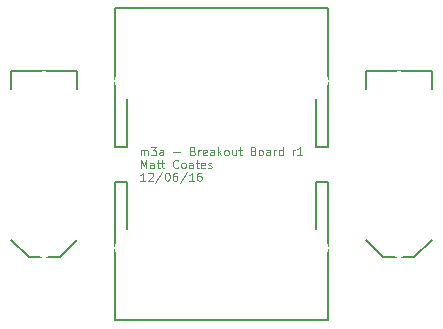
<source format=gto>
G04 #@! TF.FileFunction,Legend,Top*
%FSLAX46Y46*%
G04 Gerber Fmt 4.6, Leading zero omitted, Abs format (unit mm)*
G04 Created by KiCad (PCBNEW 4.0.2+e4-6225~38~ubuntu14.04.1-stable) date Sun 12 Jun 2016 23:41:07 BST*
%MOMM*%
G01*
G04 APERTURE LIST*
%ADD10C,0.100000*%
%ADD11C,0.150000*%
%ADD12C,1.200000*%
%ADD13C,1.600000*%
%ADD14R,2.920000X0.740000*%
G04 APERTURE END LIST*
D10*
X93166667Y-99236667D02*
X93166667Y-98770000D01*
X93166667Y-98836667D02*
X93200000Y-98803333D01*
X93266667Y-98770000D01*
X93366667Y-98770000D01*
X93433333Y-98803333D01*
X93466667Y-98870000D01*
X93466667Y-99236667D01*
X93466667Y-98870000D02*
X93500000Y-98803333D01*
X93566667Y-98770000D01*
X93666667Y-98770000D01*
X93733333Y-98803333D01*
X93766667Y-98870000D01*
X93766667Y-99236667D01*
X94033333Y-98536667D02*
X94466666Y-98536667D01*
X94233333Y-98803333D01*
X94333333Y-98803333D01*
X94400000Y-98836667D01*
X94433333Y-98870000D01*
X94466666Y-98936667D01*
X94466666Y-99103333D01*
X94433333Y-99170000D01*
X94400000Y-99203333D01*
X94333333Y-99236667D01*
X94133333Y-99236667D01*
X94066666Y-99203333D01*
X94033333Y-99170000D01*
X95066667Y-99236667D02*
X95066667Y-98870000D01*
X95033333Y-98803333D01*
X94966667Y-98770000D01*
X94833333Y-98770000D01*
X94766667Y-98803333D01*
X95066667Y-99203333D02*
X95000000Y-99236667D01*
X94833333Y-99236667D01*
X94766667Y-99203333D01*
X94733333Y-99136667D01*
X94733333Y-99070000D01*
X94766667Y-99003333D01*
X94833333Y-98970000D01*
X95000000Y-98970000D01*
X95066667Y-98936667D01*
X95933333Y-98970000D02*
X96466666Y-98970000D01*
X97566666Y-98870000D02*
X97666666Y-98903333D01*
X97699999Y-98936667D01*
X97733333Y-99003333D01*
X97733333Y-99103333D01*
X97699999Y-99170000D01*
X97666666Y-99203333D01*
X97599999Y-99236667D01*
X97333333Y-99236667D01*
X97333333Y-98536667D01*
X97566666Y-98536667D01*
X97633333Y-98570000D01*
X97666666Y-98603333D01*
X97699999Y-98670000D01*
X97699999Y-98736667D01*
X97666666Y-98803333D01*
X97633333Y-98836667D01*
X97566666Y-98870000D01*
X97333333Y-98870000D01*
X98033333Y-99236667D02*
X98033333Y-98770000D01*
X98033333Y-98903333D02*
X98066666Y-98836667D01*
X98099999Y-98803333D01*
X98166666Y-98770000D01*
X98233333Y-98770000D01*
X98733332Y-99203333D02*
X98666666Y-99236667D01*
X98533332Y-99236667D01*
X98466666Y-99203333D01*
X98433332Y-99136667D01*
X98433332Y-98870000D01*
X98466666Y-98803333D01*
X98533332Y-98770000D01*
X98666666Y-98770000D01*
X98733332Y-98803333D01*
X98766666Y-98870000D01*
X98766666Y-98936667D01*
X98433332Y-99003333D01*
X99366666Y-99236667D02*
X99366666Y-98870000D01*
X99333332Y-98803333D01*
X99266666Y-98770000D01*
X99133332Y-98770000D01*
X99066666Y-98803333D01*
X99366666Y-99203333D02*
X99299999Y-99236667D01*
X99133332Y-99236667D01*
X99066666Y-99203333D01*
X99033332Y-99136667D01*
X99033332Y-99070000D01*
X99066666Y-99003333D01*
X99133332Y-98970000D01*
X99299999Y-98970000D01*
X99366666Y-98936667D01*
X99699999Y-99236667D02*
X99699999Y-98536667D01*
X99766665Y-98970000D02*
X99966665Y-99236667D01*
X99966665Y-98770000D02*
X99699999Y-99036667D01*
X100366666Y-99236667D02*
X100299999Y-99203333D01*
X100266666Y-99170000D01*
X100233332Y-99103333D01*
X100233332Y-98903333D01*
X100266666Y-98836667D01*
X100299999Y-98803333D01*
X100366666Y-98770000D01*
X100466666Y-98770000D01*
X100533332Y-98803333D01*
X100566666Y-98836667D01*
X100599999Y-98903333D01*
X100599999Y-99103333D01*
X100566666Y-99170000D01*
X100533332Y-99203333D01*
X100466666Y-99236667D01*
X100366666Y-99236667D01*
X101199999Y-98770000D02*
X101199999Y-99236667D01*
X100899999Y-98770000D02*
X100899999Y-99136667D01*
X100933332Y-99203333D01*
X100999999Y-99236667D01*
X101099999Y-99236667D01*
X101166665Y-99203333D01*
X101199999Y-99170000D01*
X101433332Y-98770000D02*
X101699998Y-98770000D01*
X101533332Y-98536667D02*
X101533332Y-99136667D01*
X101566665Y-99203333D01*
X101633332Y-99236667D01*
X101699998Y-99236667D01*
X102699998Y-98870000D02*
X102799998Y-98903333D01*
X102833331Y-98936667D01*
X102866665Y-99003333D01*
X102866665Y-99103333D01*
X102833331Y-99170000D01*
X102799998Y-99203333D01*
X102733331Y-99236667D01*
X102466665Y-99236667D01*
X102466665Y-98536667D01*
X102699998Y-98536667D01*
X102766665Y-98570000D01*
X102799998Y-98603333D01*
X102833331Y-98670000D01*
X102833331Y-98736667D01*
X102799998Y-98803333D01*
X102766665Y-98836667D01*
X102699998Y-98870000D01*
X102466665Y-98870000D01*
X103266665Y-99236667D02*
X103199998Y-99203333D01*
X103166665Y-99170000D01*
X103133331Y-99103333D01*
X103133331Y-98903333D01*
X103166665Y-98836667D01*
X103199998Y-98803333D01*
X103266665Y-98770000D01*
X103366665Y-98770000D01*
X103433331Y-98803333D01*
X103466665Y-98836667D01*
X103499998Y-98903333D01*
X103499998Y-99103333D01*
X103466665Y-99170000D01*
X103433331Y-99203333D01*
X103366665Y-99236667D01*
X103266665Y-99236667D01*
X104099998Y-99236667D02*
X104099998Y-98870000D01*
X104066664Y-98803333D01*
X103999998Y-98770000D01*
X103866664Y-98770000D01*
X103799998Y-98803333D01*
X104099998Y-99203333D02*
X104033331Y-99236667D01*
X103866664Y-99236667D01*
X103799998Y-99203333D01*
X103766664Y-99136667D01*
X103766664Y-99070000D01*
X103799998Y-99003333D01*
X103866664Y-98970000D01*
X104033331Y-98970000D01*
X104099998Y-98936667D01*
X104433331Y-99236667D02*
X104433331Y-98770000D01*
X104433331Y-98903333D02*
X104466664Y-98836667D01*
X104499997Y-98803333D01*
X104566664Y-98770000D01*
X104633331Y-98770000D01*
X105166664Y-99236667D02*
X105166664Y-98536667D01*
X105166664Y-99203333D02*
X105099997Y-99236667D01*
X104966664Y-99236667D01*
X104899997Y-99203333D01*
X104866664Y-99170000D01*
X104833330Y-99103333D01*
X104833330Y-98903333D01*
X104866664Y-98836667D01*
X104899997Y-98803333D01*
X104966664Y-98770000D01*
X105099997Y-98770000D01*
X105166664Y-98803333D01*
X106033330Y-99236667D02*
X106033330Y-98770000D01*
X106033330Y-98903333D02*
X106066663Y-98836667D01*
X106099996Y-98803333D01*
X106166663Y-98770000D01*
X106233330Y-98770000D01*
X106833329Y-99236667D02*
X106433329Y-99236667D01*
X106633329Y-99236667D02*
X106633329Y-98536667D01*
X106566663Y-98636667D01*
X106499996Y-98703333D01*
X106433329Y-98736667D01*
X93166667Y-100316667D02*
X93166667Y-99616667D01*
X93400000Y-100116667D01*
X93633333Y-99616667D01*
X93633333Y-100316667D01*
X94266667Y-100316667D02*
X94266667Y-99950000D01*
X94233333Y-99883333D01*
X94166667Y-99850000D01*
X94033333Y-99850000D01*
X93966667Y-99883333D01*
X94266667Y-100283333D02*
X94200000Y-100316667D01*
X94033333Y-100316667D01*
X93966667Y-100283333D01*
X93933333Y-100216667D01*
X93933333Y-100150000D01*
X93966667Y-100083333D01*
X94033333Y-100050000D01*
X94200000Y-100050000D01*
X94266667Y-100016667D01*
X94500000Y-99850000D02*
X94766666Y-99850000D01*
X94600000Y-99616667D02*
X94600000Y-100216667D01*
X94633333Y-100283333D01*
X94700000Y-100316667D01*
X94766666Y-100316667D01*
X94900000Y-99850000D02*
X95166666Y-99850000D01*
X95000000Y-99616667D02*
X95000000Y-100216667D01*
X95033333Y-100283333D01*
X95100000Y-100316667D01*
X95166666Y-100316667D01*
X96333333Y-100250000D02*
X96299999Y-100283333D01*
X96199999Y-100316667D01*
X96133333Y-100316667D01*
X96033333Y-100283333D01*
X95966666Y-100216667D01*
X95933333Y-100150000D01*
X95899999Y-100016667D01*
X95899999Y-99916667D01*
X95933333Y-99783333D01*
X95966666Y-99716667D01*
X96033333Y-99650000D01*
X96133333Y-99616667D01*
X96199999Y-99616667D01*
X96299999Y-99650000D01*
X96333333Y-99683333D01*
X96733333Y-100316667D02*
X96666666Y-100283333D01*
X96633333Y-100250000D01*
X96599999Y-100183333D01*
X96599999Y-99983333D01*
X96633333Y-99916667D01*
X96666666Y-99883333D01*
X96733333Y-99850000D01*
X96833333Y-99850000D01*
X96899999Y-99883333D01*
X96933333Y-99916667D01*
X96966666Y-99983333D01*
X96966666Y-100183333D01*
X96933333Y-100250000D01*
X96899999Y-100283333D01*
X96833333Y-100316667D01*
X96733333Y-100316667D01*
X97566666Y-100316667D02*
X97566666Y-99950000D01*
X97533332Y-99883333D01*
X97466666Y-99850000D01*
X97333332Y-99850000D01*
X97266666Y-99883333D01*
X97566666Y-100283333D02*
X97499999Y-100316667D01*
X97333332Y-100316667D01*
X97266666Y-100283333D01*
X97233332Y-100216667D01*
X97233332Y-100150000D01*
X97266666Y-100083333D01*
X97333332Y-100050000D01*
X97499999Y-100050000D01*
X97566666Y-100016667D01*
X97799999Y-99850000D02*
X98066665Y-99850000D01*
X97899999Y-99616667D02*
X97899999Y-100216667D01*
X97933332Y-100283333D01*
X97999999Y-100316667D01*
X98066665Y-100316667D01*
X98566665Y-100283333D02*
X98499999Y-100316667D01*
X98366665Y-100316667D01*
X98299999Y-100283333D01*
X98266665Y-100216667D01*
X98266665Y-99950000D01*
X98299999Y-99883333D01*
X98366665Y-99850000D01*
X98499999Y-99850000D01*
X98566665Y-99883333D01*
X98599999Y-99950000D01*
X98599999Y-100016667D01*
X98266665Y-100083333D01*
X98866665Y-100283333D02*
X98933332Y-100316667D01*
X99066665Y-100316667D01*
X99133332Y-100283333D01*
X99166665Y-100216667D01*
X99166665Y-100183333D01*
X99133332Y-100116667D01*
X99066665Y-100083333D01*
X98966665Y-100083333D01*
X98899999Y-100050000D01*
X98866665Y-99983333D01*
X98866665Y-99950000D01*
X98899999Y-99883333D01*
X98966665Y-99850000D01*
X99066665Y-99850000D01*
X99133332Y-99883333D01*
X93533333Y-101396667D02*
X93133333Y-101396667D01*
X93333333Y-101396667D02*
X93333333Y-100696667D01*
X93266667Y-100796667D01*
X93200000Y-100863333D01*
X93133333Y-100896667D01*
X93800000Y-100763333D02*
X93833334Y-100730000D01*
X93900000Y-100696667D01*
X94066667Y-100696667D01*
X94133334Y-100730000D01*
X94166667Y-100763333D01*
X94200000Y-100830000D01*
X94200000Y-100896667D01*
X94166667Y-100996667D01*
X93766667Y-101396667D01*
X94200000Y-101396667D01*
X95000001Y-100663333D02*
X94400001Y-101563333D01*
X95366667Y-100696667D02*
X95433334Y-100696667D01*
X95500000Y-100730000D01*
X95533334Y-100763333D01*
X95566667Y-100830000D01*
X95600000Y-100963333D01*
X95600000Y-101130000D01*
X95566667Y-101263333D01*
X95533334Y-101330000D01*
X95500000Y-101363333D01*
X95433334Y-101396667D01*
X95366667Y-101396667D01*
X95300000Y-101363333D01*
X95266667Y-101330000D01*
X95233334Y-101263333D01*
X95200000Y-101130000D01*
X95200000Y-100963333D01*
X95233334Y-100830000D01*
X95266667Y-100763333D01*
X95300000Y-100730000D01*
X95366667Y-100696667D01*
X96200001Y-100696667D02*
X96066667Y-100696667D01*
X96000001Y-100730000D01*
X95966667Y-100763333D01*
X95900001Y-100863333D01*
X95866667Y-100996667D01*
X95866667Y-101263333D01*
X95900001Y-101330000D01*
X95933334Y-101363333D01*
X96000001Y-101396667D01*
X96133334Y-101396667D01*
X96200001Y-101363333D01*
X96233334Y-101330000D01*
X96266667Y-101263333D01*
X96266667Y-101096667D01*
X96233334Y-101030000D01*
X96200001Y-100996667D01*
X96133334Y-100963333D01*
X96000001Y-100963333D01*
X95933334Y-100996667D01*
X95900001Y-101030000D01*
X95866667Y-101096667D01*
X97066668Y-100663333D02*
X96466668Y-101563333D01*
X97666667Y-101396667D02*
X97266667Y-101396667D01*
X97466667Y-101396667D02*
X97466667Y-100696667D01*
X97400001Y-100796667D01*
X97333334Y-100863333D01*
X97266667Y-100896667D01*
X98266668Y-100696667D02*
X98133334Y-100696667D01*
X98066668Y-100730000D01*
X98033334Y-100763333D01*
X97966668Y-100863333D01*
X97933334Y-100996667D01*
X97933334Y-101263333D01*
X97966668Y-101330000D01*
X98000001Y-101363333D01*
X98066668Y-101396667D01*
X98200001Y-101396667D01*
X98266668Y-101363333D01*
X98300001Y-101330000D01*
X98333334Y-101263333D01*
X98333334Y-101096667D01*
X98300001Y-101030000D01*
X98266668Y-100996667D01*
X98200001Y-100963333D01*
X98066668Y-100963333D01*
X98000001Y-100996667D01*
X97966668Y-101030000D01*
X97933334Y-101096667D01*
D11*
X91000000Y-86800000D02*
X109000000Y-86800000D01*
X109000000Y-86800000D02*
X109000000Y-98500000D01*
X109000000Y-98500000D02*
X108000000Y-98500000D01*
X108000000Y-98500000D02*
X108000000Y-94500000D01*
X91000000Y-86800000D02*
X91000000Y-98500000D01*
X91000000Y-98500000D02*
X92000000Y-98500000D01*
X92000000Y-98500000D02*
X92000000Y-94500000D01*
X87785000Y-93635000D02*
X87785000Y-92135000D01*
X87785000Y-92135000D02*
X82215000Y-92135000D01*
X82215000Y-92135000D02*
X82215000Y-93635000D01*
X82215000Y-106365000D02*
X83715000Y-107865000D01*
X83715000Y-107865000D02*
X86285000Y-107865000D01*
X86285000Y-107865000D02*
X87785000Y-106365000D01*
X117785000Y-93635000D02*
X117785000Y-92135000D01*
X117785000Y-92135000D02*
X112215000Y-92135000D01*
X112215000Y-92135000D02*
X112215000Y-93635000D01*
X112215000Y-106365000D02*
X113715000Y-107865000D01*
X113715000Y-107865000D02*
X116285000Y-107865000D01*
X116285000Y-107865000D02*
X117785000Y-106365000D01*
X109000000Y-113200000D02*
X91000000Y-113200000D01*
X91000000Y-113200000D02*
X91000000Y-101500000D01*
X91000000Y-101500000D02*
X92000000Y-101500000D01*
X92000000Y-101500000D02*
X92000000Y-105500000D01*
X109000000Y-113200000D02*
X109000000Y-101500000D01*
X109000000Y-101500000D02*
X108000000Y-101500000D01*
X108000000Y-101500000D02*
X108000000Y-105500000D01*
%LPC*%
D12*
X108500000Y-92900000D03*
X91500000Y-92900000D03*
D13*
X107000000Y-95000000D03*
X105000000Y-95000000D03*
X103000000Y-95000000D03*
X101000000Y-95000000D03*
X99000000Y-95000000D03*
X97000000Y-95000000D03*
X95000000Y-95000000D03*
X93000000Y-95000000D03*
D14*
X83285000Y-94285000D03*
X86715000Y-94285000D03*
X83285000Y-95555000D03*
X86715000Y-95555000D03*
X83285000Y-96825000D03*
X86715000Y-96825000D03*
X83285000Y-98095000D03*
X86715000Y-98095000D03*
X83285000Y-99365000D03*
X86715000Y-99365000D03*
X83285000Y-100635000D03*
X86715000Y-100635000D03*
X83285000Y-101905000D03*
X86715000Y-101905000D03*
X83285000Y-103175000D03*
X86715000Y-103175000D03*
X83285000Y-104445000D03*
X86715000Y-104445000D03*
X83285000Y-105715000D03*
X86715000Y-105715000D03*
X113285000Y-94285000D03*
X116715000Y-94285000D03*
X113285000Y-95555000D03*
X116715000Y-95555000D03*
X113285000Y-96825000D03*
X116715000Y-96825000D03*
X113285000Y-98095000D03*
X116715000Y-98095000D03*
X113285000Y-99365000D03*
X116715000Y-99365000D03*
X113285000Y-100635000D03*
X116715000Y-100635000D03*
X113285000Y-101905000D03*
X116715000Y-101905000D03*
X113285000Y-103175000D03*
X116715000Y-103175000D03*
X113285000Y-104445000D03*
X116715000Y-104445000D03*
X113285000Y-105715000D03*
X116715000Y-105715000D03*
D12*
X85000000Y-107305000D03*
X85000000Y-92695000D03*
X115000000Y-107305000D03*
X115000000Y-92695000D03*
X91500000Y-107100000D03*
X108500000Y-107100000D03*
D13*
X93000000Y-105000000D03*
X95000000Y-105000000D03*
X97000000Y-105000000D03*
X99000000Y-105000000D03*
X101000000Y-105000000D03*
X103000000Y-105000000D03*
X105000000Y-105000000D03*
X107000000Y-105000000D03*
M02*

</source>
